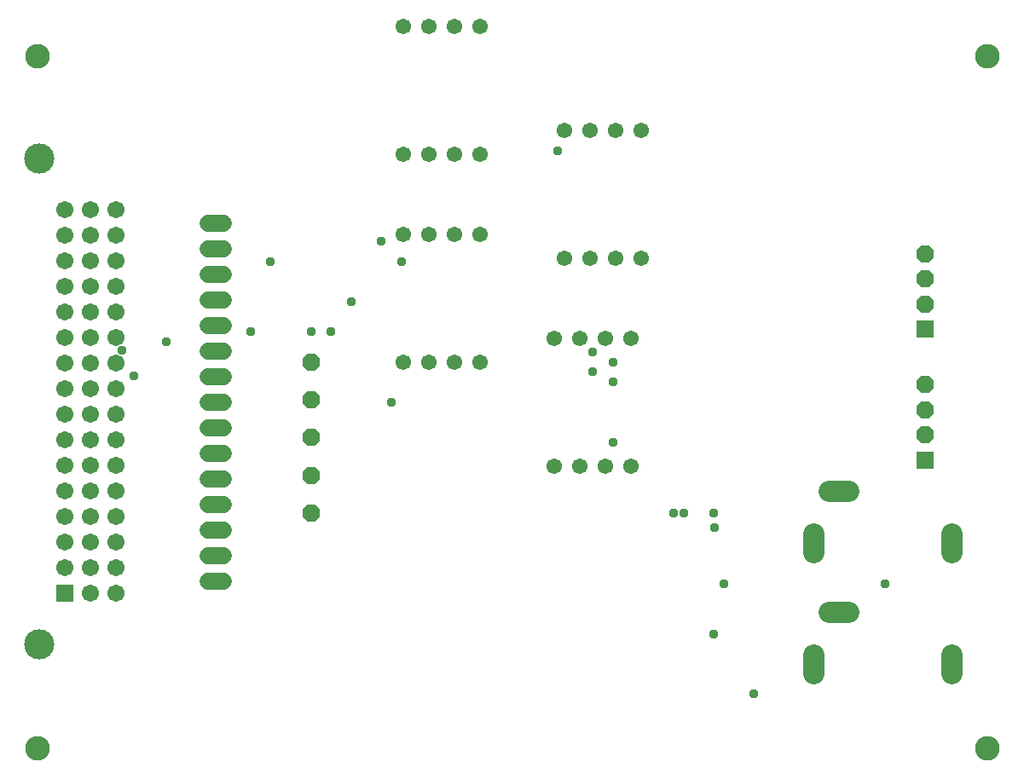
<source format=gbr>
G04 EAGLE Gerber RS-274X export*
G75*
%MOMM*%
%FSLAX34Y34*%
%LPD*%
%INSoldermask Bottom*%
%IPPOS*%
%AMOC8*
5,1,8,0,0,1.08239X$1,22.5*%
G01*
%ADD10C,2.453200*%
%ADD11C,3.003200*%
%ADD12R,1.711200X1.711200*%
%ADD13C,1.711200*%
%ADD14C,1.546600*%
%ADD15C,2.103200*%
%ADD16P,1.869504X8X22.500000*%
%ADD17R,1.703200X1.703200*%
%ADD18P,1.843527X8X292.500000*%
%ADD19C,1.727200*%
%ADD20C,0.959600*%


D10*
X28400Y56400D03*
X28400Y743600D03*
X971600Y743600D03*
X971600Y56400D03*
D11*
X30600Y641800D03*
X30600Y159200D03*
D12*
X56000Y210000D03*
D13*
X56000Y235400D03*
X56000Y260800D03*
X56000Y286200D03*
X56000Y311600D03*
X56000Y337000D03*
X56000Y362400D03*
X56000Y387800D03*
X56000Y413200D03*
X56000Y438600D03*
X56000Y464000D03*
X56000Y489400D03*
X56000Y514800D03*
X56000Y540200D03*
X56000Y565600D03*
X56000Y591000D03*
X81400Y210000D03*
X81400Y235400D03*
X81400Y260800D03*
X81400Y286200D03*
X81400Y311600D03*
X81400Y337000D03*
X81400Y362400D03*
X81400Y387800D03*
X81400Y413200D03*
X81400Y438600D03*
X81400Y464000D03*
X81400Y489400D03*
X81400Y514800D03*
X81400Y540200D03*
X81400Y565600D03*
X81400Y591000D03*
X106800Y210000D03*
X106800Y235400D03*
X106800Y260800D03*
X106800Y286200D03*
X106800Y311600D03*
X106800Y337000D03*
X106800Y362400D03*
X106800Y387800D03*
X106800Y413200D03*
X106800Y438600D03*
X106800Y464000D03*
X106800Y489400D03*
X106800Y514800D03*
X106800Y540200D03*
X106800Y565600D03*
X106800Y591000D03*
D14*
X468100Y773500D03*
X442700Y773500D03*
X417300Y773500D03*
X391900Y773500D03*
X391900Y646500D03*
X417300Y646500D03*
X442700Y646500D03*
X468100Y646500D03*
D15*
X936000Y269500D02*
X936000Y250500D01*
X799000Y250500D02*
X799000Y269500D01*
X814500Y312000D02*
X833500Y312000D01*
X936000Y149500D02*
X936000Y130500D01*
X799000Y130500D02*
X799000Y149500D01*
X814500Y192000D02*
X833500Y192000D01*
D16*
X300500Y290000D03*
D14*
X628100Y670167D03*
X602700Y670167D03*
X577300Y670167D03*
X551900Y670167D03*
X551900Y543167D03*
X577300Y543167D03*
X602700Y543167D03*
X628100Y543167D03*
X468100Y566833D03*
X442700Y566833D03*
X417300Y566833D03*
X391900Y566833D03*
X391900Y439833D03*
X417300Y439833D03*
X442700Y439833D03*
X468100Y439833D03*
X618100Y463500D03*
X592700Y463500D03*
X567300Y463500D03*
X541900Y463500D03*
X541900Y336500D03*
X567300Y336500D03*
X592700Y336500D03*
X618100Y336500D03*
D17*
X910000Y342500D03*
D18*
X910000Y367500D03*
X910000Y392500D03*
X910000Y417500D03*
D17*
X910000Y472500D03*
D18*
X910000Y497500D03*
X910000Y522500D03*
X910000Y547500D03*
D16*
X300500Y327500D03*
X300500Y365000D03*
X300500Y402500D03*
X300500Y440000D03*
D19*
X213620Y577800D02*
X198380Y577800D01*
X198380Y552400D02*
X213620Y552400D01*
X213620Y527000D02*
X198380Y527000D01*
X198380Y501600D02*
X213620Y501600D01*
X213620Y476200D02*
X198380Y476200D01*
X198380Y450800D02*
X213620Y450800D01*
X213620Y425400D02*
X198380Y425400D01*
X198380Y400000D02*
X213620Y400000D01*
X213620Y374600D02*
X198380Y374600D01*
X198380Y349200D02*
X213620Y349200D01*
X213620Y323800D02*
X198380Y323800D01*
X198380Y298400D02*
X213620Y298400D01*
X213620Y273000D02*
X198380Y273000D01*
X198380Y247600D02*
X213620Y247600D01*
X213620Y222200D02*
X198380Y222200D01*
D20*
X600000Y360000D03*
X112267Y451300D03*
X660000Y290000D03*
X600000Y440000D03*
X701200Y275400D03*
X580000Y430000D03*
X124400Y425900D03*
X670000Y290000D03*
X600000Y420000D03*
X545400Y649800D03*
X700000Y290000D03*
X320000Y470000D03*
X300000Y470000D03*
X240000Y470000D03*
X156700Y459800D03*
X260000Y540000D03*
X370000Y560000D03*
X390000Y540000D03*
X580000Y450000D03*
X870000Y220000D03*
X710000Y220000D03*
X740000Y110000D03*
X700000Y170000D03*
X380000Y400000D03*
X340000Y500000D03*
M02*

</source>
